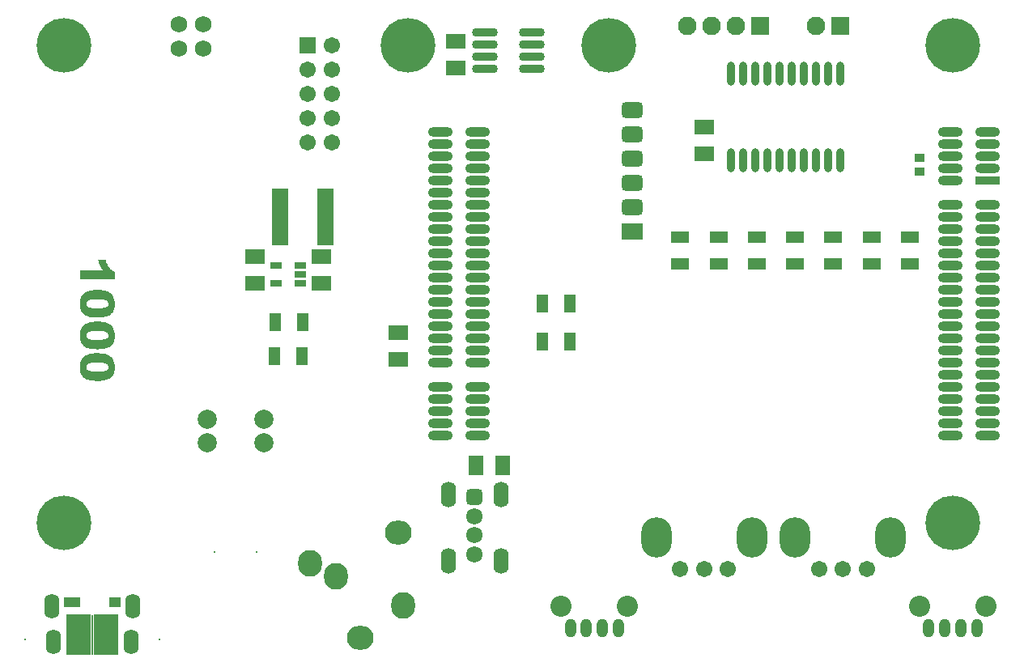
<source format=gts>
G04 Layer_Color=20142*
%FSLAX25Y25*%
%MOIN*%
G70*
G01*
G75*
%ADD55O,0.10249X0.03792*%
%ADD56R,0.10249X0.03792*%
%ADD57R,0.05918X0.07887*%
%ADD58R,0.07887X0.05918*%
%ADD59R,0.07493X0.04934*%
%ADD60R,0.04934X0.07493*%
%ADD61O,0.03162X0.09855*%
%ADD62R,0.05131X0.03162*%
%ADD63R,0.07099X0.23241*%
%ADD64O,0.10642X0.03556*%
%ADD65R,0.01981X0.04343*%
%ADD66R,0.02769X0.04343*%
%ADD67R,0.10249X0.16548*%
%ADD68R,0.04343X0.03556*%
%ADD69C,0.07690*%
%ADD70R,0.07690X0.07690*%
%ADD71C,0.22453*%
G04:AMPARAMS|DCode=72|XSize=68mil|YSize=88mil|CornerRadius=19mil|HoleSize=0mil|Usage=FLASHONLY|Rotation=90.000|XOffset=0mil|YOffset=0mil|HoleType=Round|Shape=RoundedRectangle|*
%AMROUNDEDRECTD72*
21,1,0.06800,0.05000,0,0,90.0*
21,1,0.03000,0.08800,0,0,90.0*
1,1,0.03800,0.02500,0.01500*
1,1,0.03800,0.02500,-0.01500*
1,1,0.03800,-0.02500,-0.01500*
1,1,0.03800,-0.02500,0.01500*
%
%ADD72ROUNDEDRECTD72*%
%ADD73R,0.08800X0.06800*%
G04:AMPARAMS|DCode=74|XSize=67.84mil|YSize=67.84mil|CornerRadius=18.96mil|HoleSize=0mil|Usage=FLASHONLY|Rotation=0.000|XOffset=0mil|YOffset=0mil|HoleType=Round|Shape=RoundedRectangle|*
%AMROUNDEDRECTD74*
21,1,0.06784,0.02992,0,0,0.0*
21,1,0.02992,0.06784,0,0,0.0*
1,1,0.03792,0.01496,-0.01496*
1,1,0.03792,-0.01496,-0.01496*
1,1,0.03792,-0.01496,0.01496*
1,1,0.03792,0.01496,0.01496*
%
%ADD74ROUNDEDRECTD74*%
%ADD75C,0.06784*%
%ADD76O,0.06312X0.10642*%
%ADD77O,0.11036X0.09855*%
%ADD78O,0.09855X0.11036*%
%ADD79C,0.08674*%
%ADD80O,0.04737X0.07690*%
%ADD81C,0.06800*%
%ADD82C,0.06706*%
%ADD83O,0.12611X0.16548*%
%ADD84O,0.06312X0.10249*%
%ADD85C,0.00800*%
%ADD86C,0.07887*%
%ADD87R,0.06706X0.06706*%
G36*
X136616Y249566D02*
X136947Y249541D01*
X137330Y249515D01*
X137738Y249464D01*
X138172Y249413D01*
X139090Y249235D01*
X140008Y248979D01*
X140442Y248826D01*
X140850Y248622D01*
X141207Y248418D01*
X141539Y248163D01*
X141564Y248138D01*
X141615Y248087D01*
X141692Y248010D01*
X141794Y247883D01*
X141922Y247729D01*
X142049Y247551D01*
X142202Y247321D01*
X142355Y247066D01*
X142483Y246786D01*
X142636Y246454D01*
X142763Y246097D01*
X142891Y245714D01*
X142993Y245281D01*
X143070Y244821D01*
X143121Y244311D01*
X143146Y243775D01*
Y243750D01*
Y243724D01*
Y243648D01*
Y243546D01*
X143121Y243291D01*
X143095Y242959D01*
X143070Y242602D01*
X142993Y242219D01*
X142916Y241837D01*
X142789Y241479D01*
X142763Y241428D01*
X142738Y241326D01*
X142636Y241148D01*
X142534Y240944D01*
X142406Y240714D01*
X142253Y240459D01*
X142075Y240230D01*
X141870Y240000D01*
X141845Y239974D01*
X141769Y239898D01*
X141666Y239796D01*
X141513Y239668D01*
X141360Y239515D01*
X141156Y239362D01*
X140697Y239082D01*
X140672Y239056D01*
X140595Y239031D01*
X140468Y238954D01*
X140289Y238878D01*
X140085Y238801D01*
X139830Y238724D01*
X139575Y238622D01*
X139269Y238546D01*
X139243D01*
X139192Y238520D01*
X139116Y238495D01*
X138988Y238469D01*
X138860Y238444D01*
X138682Y238418D01*
X138274Y238342D01*
X137789Y238265D01*
X137253Y238189D01*
X136641Y238163D01*
X136029Y238138D01*
X135672D01*
X135416Y238163D01*
X135085Y238189D01*
X134728Y238214D01*
X134345Y238240D01*
X133911Y238291D01*
X132993Y238444D01*
X132075Y238673D01*
X131641Y238826D01*
X131207Y239005D01*
X130825Y239209D01*
X130468Y239439D01*
X130442Y239464D01*
X130391Y239490D01*
X130315Y239566D01*
X130187Y239694D01*
X130059Y239847D01*
X129906Y240025D01*
X129753Y240230D01*
X129600Y240485D01*
X129422Y240765D01*
X129269Y241097D01*
X129115Y241454D01*
X128988Y241862D01*
X128860Y242296D01*
X128784Y242780D01*
X128733Y243316D01*
X128707Y243877D01*
Y243903D01*
Y243954D01*
Y244056D01*
Y244184D01*
X128733Y244337D01*
Y244490D01*
X128784Y244898D01*
X128835Y245357D01*
X128937Y245842D01*
X129090Y246326D01*
X129269Y246760D01*
X129294Y246811D01*
X129371Y246939D01*
X129498Y247143D01*
X129677Y247372D01*
X129906Y247678D01*
X130187Y247959D01*
X130519Y248265D01*
X130901Y248546D01*
X130927Y248571D01*
X131054Y248622D01*
X131207Y248724D01*
X131462Y248826D01*
X131743Y248954D01*
X132100Y249081D01*
X132534Y249209D01*
X132993Y249311D01*
X133044D01*
X133121Y249337D01*
X133223Y249362D01*
X133503Y249388D01*
X133886Y249439D01*
X134320Y249490D01*
X134830Y249541D01*
X135391Y249566D01*
X135978Y249592D01*
X136360D01*
X136616Y249566D01*
D02*
G37*
G36*
Y236531D02*
X136947Y236505D01*
X137330Y236479D01*
X137738Y236428D01*
X138172Y236378D01*
X139090Y236199D01*
X140008Y235944D01*
X140442Y235791D01*
X140850Y235587D01*
X141207Y235383D01*
X141539Y235127D01*
X141564Y235102D01*
X141615Y235051D01*
X141692Y234974D01*
X141794Y234847D01*
X141922Y234694D01*
X142049Y234515D01*
X142202Y234286D01*
X142355Y234031D01*
X142483Y233750D01*
X142636Y233418D01*
X142763Y233061D01*
X142891Y232679D01*
X142993Y232245D01*
X143070Y231786D01*
X143121Y231276D01*
X143146Y230740D01*
Y230714D01*
Y230689D01*
Y230612D01*
Y230510D01*
X143121Y230255D01*
X143095Y229924D01*
X143070Y229566D01*
X142993Y229184D01*
X142916Y228801D01*
X142789Y228444D01*
X142763Y228393D01*
X142738Y228291D01*
X142636Y228112D01*
X142534Y227908D01*
X142406Y227679D01*
X142253Y227424D01*
X142075Y227194D01*
X141870Y226964D01*
X141845Y226939D01*
X141769Y226862D01*
X141666Y226760D01*
X141513Y226633D01*
X141360Y226480D01*
X141156Y226327D01*
X140697Y226046D01*
X140672Y226020D01*
X140595Y225995D01*
X140468Y225918D01*
X140289Y225842D01*
X140085Y225765D01*
X139830Y225689D01*
X139575Y225587D01*
X139269Y225510D01*
X139243D01*
X139192Y225485D01*
X139116Y225459D01*
X138988Y225434D01*
X138860Y225408D01*
X138682Y225383D01*
X138274Y225306D01*
X137789Y225230D01*
X137253Y225153D01*
X136641Y225128D01*
X136029Y225102D01*
X135672D01*
X135416Y225128D01*
X135085Y225153D01*
X134728Y225179D01*
X134345Y225204D01*
X133911Y225255D01*
X132993Y225408D01*
X132075Y225638D01*
X131641Y225791D01*
X131207Y225969D01*
X130825Y226173D01*
X130468Y226403D01*
X130442Y226429D01*
X130391Y226454D01*
X130315Y226531D01*
X130187Y226658D01*
X130059Y226811D01*
X129906Y226990D01*
X129753Y227194D01*
X129600Y227449D01*
X129422Y227730D01*
X129269Y228061D01*
X129115Y228418D01*
X128988Y228826D01*
X128860Y229260D01*
X128784Y229745D01*
X128733Y230281D01*
X128707Y230842D01*
Y230867D01*
Y230918D01*
Y231020D01*
Y231148D01*
X128733Y231301D01*
Y231454D01*
X128784Y231862D01*
X128835Y232321D01*
X128937Y232806D01*
X129090Y233291D01*
X129269Y233724D01*
X129294Y233775D01*
X129371Y233903D01*
X129498Y234107D01*
X129677Y234337D01*
X129906Y234643D01*
X130187Y234923D01*
X130519Y235230D01*
X130901Y235510D01*
X130927Y235536D01*
X131054Y235587D01*
X131207Y235689D01*
X131462Y235791D01*
X131743Y235918D01*
X132100Y236046D01*
X132534Y236173D01*
X132993Y236276D01*
X133044D01*
X133121Y236301D01*
X133223Y236327D01*
X133503Y236352D01*
X133886Y236403D01*
X134320Y236454D01*
X134830Y236505D01*
X135391Y236531D01*
X135978Y236556D01*
X136360D01*
X136616Y236531D01*
D02*
G37*
G36*
Y223495D02*
X136947Y223469D01*
X137330Y223444D01*
X137738Y223393D01*
X138172Y223342D01*
X139090Y223163D01*
X140008Y222908D01*
X140442Y222755D01*
X140850Y222551D01*
X141207Y222347D01*
X141539Y222092D01*
X141564Y222066D01*
X141615Y222015D01*
X141692Y221939D01*
X141794Y221811D01*
X141922Y221658D01*
X142049Y221480D01*
X142202Y221250D01*
X142355Y220995D01*
X142483Y220714D01*
X142636Y220383D01*
X142763Y220026D01*
X142891Y219643D01*
X142993Y219209D01*
X143070Y218750D01*
X143121Y218240D01*
X143146Y217704D01*
Y217679D01*
Y217653D01*
Y217577D01*
Y217475D01*
X143121Y217219D01*
X143095Y216888D01*
X143070Y216531D01*
X142993Y216148D01*
X142916Y215765D01*
X142789Y215408D01*
X142763Y215357D01*
X142738Y215255D01*
X142636Y215077D01*
X142534Y214873D01*
X142406Y214643D01*
X142253Y214388D01*
X142075Y214158D01*
X141870Y213929D01*
X141845Y213903D01*
X141769Y213827D01*
X141666Y213725D01*
X141513Y213597D01*
X141360Y213444D01*
X141156Y213291D01*
X140697Y213010D01*
X140672Y212985D01*
X140595Y212959D01*
X140468Y212883D01*
X140289Y212806D01*
X140085Y212730D01*
X139830Y212653D01*
X139575Y212551D01*
X139269Y212475D01*
X139243D01*
X139192Y212449D01*
X139116Y212424D01*
X138988Y212398D01*
X138860Y212373D01*
X138682Y212347D01*
X138274Y212271D01*
X137789Y212194D01*
X137253Y212118D01*
X136641Y212092D01*
X136029Y212067D01*
X135672D01*
X135416Y212092D01*
X135085Y212118D01*
X134728Y212143D01*
X134345Y212169D01*
X133911Y212220D01*
X132993Y212373D01*
X132075Y212602D01*
X131641Y212755D01*
X131207Y212934D01*
X130825Y213138D01*
X130468Y213368D01*
X130442Y213393D01*
X130391Y213419D01*
X130315Y213495D01*
X130187Y213623D01*
X130059Y213776D01*
X129906Y213954D01*
X129753Y214158D01*
X129600Y214413D01*
X129422Y214694D01*
X129269Y215026D01*
X129115Y215383D01*
X128988Y215791D01*
X128860Y216225D01*
X128784Y216709D01*
X128733Y217245D01*
X128707Y217806D01*
Y217832D01*
Y217883D01*
Y217985D01*
Y218112D01*
X128733Y218265D01*
Y218419D01*
X128784Y218827D01*
X128835Y219286D01*
X128937Y219771D01*
X129090Y220255D01*
X129269Y220689D01*
X129294Y220740D01*
X129371Y220867D01*
X129498Y221072D01*
X129677Y221301D01*
X129906Y221607D01*
X130187Y221888D01*
X130519Y222194D01*
X130901Y222475D01*
X130927Y222500D01*
X131054Y222551D01*
X131207Y222653D01*
X131462Y222755D01*
X131743Y222883D01*
X132100Y223010D01*
X132534Y223138D01*
X132993Y223240D01*
X133044D01*
X133121Y223265D01*
X133223Y223291D01*
X133503Y223316D01*
X133886Y223367D01*
X134320Y223418D01*
X134830Y223469D01*
X135391Y223495D01*
X135978Y223520D01*
X136360D01*
X136616Y223495D01*
D02*
G37*
G36*
X139371Y261786D02*
X139396Y261734D01*
X139447Y261632D01*
X139473Y261479D01*
X139549Y261326D01*
X139626Y261122D01*
X139804Y260688D01*
X140034Y260204D01*
X140289Y259694D01*
X140569Y259183D01*
X140901Y258750D01*
Y258724D01*
X140952Y258699D01*
X141054Y258571D01*
X141258Y258367D01*
X141539Y258112D01*
X141845Y257831D01*
X142228Y257551D01*
X142661Y257270D01*
X143146Y257015D01*
Y253801D01*
X128937D01*
Y257729D01*
X138223D01*
X138197Y257780D01*
X138095Y257882D01*
X137968Y258086D01*
X137789Y258316D01*
X137610Y258597D01*
X137406Y258928D01*
X137202Y259260D01*
X137024Y259592D01*
X136998Y259643D01*
X136947Y259745D01*
X136871Y259949D01*
X136768Y260204D01*
X136641Y260536D01*
X136488Y260893D01*
X136360Y261326D01*
X136207Y261811D01*
X139371D01*
Y261786D01*
D02*
G37*
G36*
X134252Y99212D02*
X133465D01*
Y115748D01*
X134252D01*
Y99212D01*
D02*
G37*
%LPC*%
G36*
X136462Y245740D02*
X135544D01*
X135340Y245714D01*
X135085D01*
X134524Y245689D01*
X133911Y245638D01*
X133299Y245536D01*
X133019Y245485D01*
X132764Y245434D01*
X132534Y245357D01*
X132330Y245281D01*
X132279Y245255D01*
X132177Y245179D01*
X132024Y245076D01*
X131845Y244923D01*
X131667Y244719D01*
X131514Y244490D01*
X131411Y244209D01*
X131360Y243903D01*
Y243877D01*
Y243801D01*
X131386Y243673D01*
X131411Y243546D01*
X131462Y243367D01*
X131539Y243214D01*
X131641Y243036D01*
X131769Y242857D01*
X131794Y242831D01*
X131845Y242780D01*
X131947Y242704D01*
X132075Y242602D01*
X132279Y242500D01*
X132483Y242398D01*
X132764Y242296D01*
X133070Y242219D01*
X133121D01*
X133248Y242194D01*
X133452Y242143D01*
X133758Y242092D01*
X134141Y242066D01*
X134626Y242015D01*
X135187Y241990D01*
X136309D01*
X136513Y242015D01*
X136794D01*
X137355Y242041D01*
X137993Y242117D01*
X138605Y242194D01*
X138886Y242245D01*
X139166Y242321D01*
X139396Y242398D01*
X139600Y242474D01*
X139651Y242500D01*
X139753Y242576D01*
X139906Y242678D01*
X140085Y242831D01*
X140263Y243036D01*
X140417Y243291D01*
X140518Y243571D01*
X140569Y243903D01*
Y243954D01*
X140544Y244056D01*
X140518Y244235D01*
X140442Y244439D01*
X140340Y244668D01*
X140161Y244898D01*
X139906Y245127D01*
X139575Y245306D01*
X139524Y245332D01*
X139473Y245357D01*
X139371Y245382D01*
X139269Y245408D01*
X139141Y245434D01*
X138962Y245485D01*
X138758Y245510D01*
X138529Y245561D01*
X138274Y245612D01*
X137968Y245638D01*
X137661Y245663D01*
X137279Y245689D01*
X136896Y245714D01*
X136462Y245740D01*
D02*
G37*
G36*
Y219668D02*
X135544D01*
X135340Y219643D01*
X135085D01*
X134524Y219617D01*
X133911Y219566D01*
X133299Y219464D01*
X133019Y219413D01*
X132764Y219362D01*
X132534Y219286D01*
X132330Y219209D01*
X132279Y219184D01*
X132177Y219107D01*
X132024Y219005D01*
X131845Y218852D01*
X131667Y218648D01*
X131514Y218419D01*
X131411Y218138D01*
X131360Y217832D01*
Y217806D01*
Y217730D01*
X131386Y217602D01*
X131411Y217475D01*
X131462Y217296D01*
X131539Y217143D01*
X131641Y216964D01*
X131769Y216786D01*
X131794Y216760D01*
X131845Y216709D01*
X131947Y216633D01*
X132075Y216531D01*
X132279Y216429D01*
X132483Y216327D01*
X132764Y216225D01*
X133070Y216148D01*
X133121D01*
X133248Y216123D01*
X133452Y216072D01*
X133758Y216020D01*
X134141Y215995D01*
X134626Y215944D01*
X135187Y215918D01*
X136309D01*
X136513Y215944D01*
X136794D01*
X137355Y215969D01*
X137993Y216046D01*
X138605Y216123D01*
X138886Y216174D01*
X139166Y216250D01*
X139396Y216327D01*
X139600Y216403D01*
X139651Y216429D01*
X139753Y216505D01*
X139906Y216607D01*
X140085Y216760D01*
X140263Y216964D01*
X140417Y217219D01*
X140518Y217500D01*
X140569Y217832D01*
Y217883D01*
X140544Y217985D01*
X140518Y218163D01*
X140442Y218367D01*
X140340Y218597D01*
X140161Y218827D01*
X139906Y219056D01*
X139575Y219235D01*
X139524Y219260D01*
X139473Y219286D01*
X139371Y219311D01*
X139269Y219337D01*
X139141Y219362D01*
X138962Y219413D01*
X138758Y219439D01*
X138529Y219490D01*
X138274Y219541D01*
X137968Y219566D01*
X137661Y219592D01*
X137279Y219617D01*
X136896Y219643D01*
X136462Y219668D01*
D02*
G37*
G36*
Y232704D02*
X135544D01*
X135340Y232679D01*
X135085D01*
X134524Y232653D01*
X133911Y232602D01*
X133299Y232500D01*
X133019Y232449D01*
X132764Y232398D01*
X132534Y232321D01*
X132330Y232245D01*
X132279Y232219D01*
X132177Y232143D01*
X132024Y232041D01*
X131845Y231888D01*
X131667Y231684D01*
X131514Y231454D01*
X131411Y231173D01*
X131360Y230867D01*
Y230842D01*
Y230765D01*
X131386Y230638D01*
X131411Y230510D01*
X131462Y230332D01*
X131539Y230179D01*
X131641Y230000D01*
X131769Y229821D01*
X131794Y229796D01*
X131845Y229745D01*
X131947Y229668D01*
X132075Y229566D01*
X132279Y229464D01*
X132483Y229362D01*
X132764Y229260D01*
X133070Y229184D01*
X133121D01*
X133248Y229158D01*
X133452Y229107D01*
X133758Y229056D01*
X134141Y229031D01*
X134626Y228980D01*
X135187Y228954D01*
X136309D01*
X136513Y228980D01*
X136794D01*
X137355Y229005D01*
X137993Y229082D01*
X138605Y229158D01*
X138886Y229209D01*
X139166Y229286D01*
X139396Y229362D01*
X139600Y229439D01*
X139651Y229464D01*
X139753Y229541D01*
X139906Y229643D01*
X140085Y229796D01*
X140263Y230000D01*
X140417Y230255D01*
X140518Y230536D01*
X140569Y230867D01*
Y230918D01*
X140544Y231020D01*
X140518Y231199D01*
X140442Y231403D01*
X140340Y231633D01*
X140161Y231862D01*
X139906Y232092D01*
X139575Y232270D01*
X139524Y232296D01*
X139473Y232321D01*
X139371Y232347D01*
X139269Y232372D01*
X139141Y232398D01*
X138962Y232449D01*
X138758Y232474D01*
X138529Y232525D01*
X138274Y232576D01*
X137968Y232602D01*
X137661Y232628D01*
X137279Y232653D01*
X136896Y232679D01*
X136462Y232704D01*
D02*
G37*
%LPD*%
D55*
X277165Y209508D02*
D03*
Y204508D02*
D03*
Y199508D02*
D03*
Y194508D02*
D03*
Y189508D02*
D03*
X292520Y209508D02*
D03*
Y204508D02*
D03*
Y199508D02*
D03*
Y194508D02*
D03*
Y189508D02*
D03*
X277165Y314508D02*
D03*
Y309508D02*
D03*
Y304508D02*
D03*
Y299508D02*
D03*
Y294508D02*
D03*
Y289508D02*
D03*
Y284508D02*
D03*
Y279508D02*
D03*
Y274508D02*
D03*
Y269508D02*
D03*
Y264508D02*
D03*
Y259508D02*
D03*
Y254508D02*
D03*
Y249508D02*
D03*
Y244508D02*
D03*
Y239508D02*
D03*
Y234508D02*
D03*
Y229508D02*
D03*
Y224508D02*
D03*
Y219508D02*
D03*
X292520Y314508D02*
D03*
Y309508D02*
D03*
Y304508D02*
D03*
Y299508D02*
D03*
Y294508D02*
D03*
Y289508D02*
D03*
Y284508D02*
D03*
Y279508D02*
D03*
Y274508D02*
D03*
Y269508D02*
D03*
Y264508D02*
D03*
Y259508D02*
D03*
Y254508D02*
D03*
Y249508D02*
D03*
Y244508D02*
D03*
Y239508D02*
D03*
Y234508D02*
D03*
Y229508D02*
D03*
Y224508D02*
D03*
Y219508D02*
D03*
X487165Y284508D02*
D03*
Y279508D02*
D03*
Y274508D02*
D03*
Y269508D02*
D03*
Y264508D02*
D03*
Y259508D02*
D03*
Y254508D02*
D03*
Y249508D02*
D03*
Y244508D02*
D03*
Y239508D02*
D03*
Y234508D02*
D03*
Y229508D02*
D03*
Y224508D02*
D03*
Y219508D02*
D03*
Y214508D02*
D03*
Y209508D02*
D03*
Y204508D02*
D03*
Y199508D02*
D03*
Y194508D02*
D03*
Y189508D02*
D03*
X502520Y284508D02*
D03*
Y279508D02*
D03*
Y274508D02*
D03*
Y269508D02*
D03*
Y264508D02*
D03*
Y259508D02*
D03*
Y254508D02*
D03*
Y249508D02*
D03*
Y244508D02*
D03*
Y239508D02*
D03*
Y234508D02*
D03*
Y229508D02*
D03*
Y224508D02*
D03*
Y219508D02*
D03*
Y214508D02*
D03*
Y209508D02*
D03*
Y204508D02*
D03*
Y199508D02*
D03*
Y194508D02*
D03*
Y189508D02*
D03*
X487165Y314508D02*
D03*
Y309508D02*
D03*
Y304508D02*
D03*
Y299508D02*
D03*
Y294508D02*
D03*
X502520Y314508D02*
D03*
Y309508D02*
D03*
Y304508D02*
D03*
Y299508D02*
D03*
D56*
Y294508D02*
D03*
D57*
X302756Y177165D02*
D03*
X291732D02*
D03*
D58*
X385827Y316535D02*
D03*
Y305512D02*
D03*
X283465Y340945D02*
D03*
Y351969D02*
D03*
X228346Y263386D02*
D03*
Y252362D02*
D03*
X200787Y263386D02*
D03*
Y252362D02*
D03*
X259842Y220866D02*
D03*
Y231890D02*
D03*
D59*
X391732Y260138D02*
D03*
Y271358D02*
D03*
X407480Y260138D02*
D03*
Y271358D02*
D03*
X423228Y260138D02*
D03*
Y271358D02*
D03*
X470472Y260138D02*
D03*
Y271358D02*
D03*
X438976Y260138D02*
D03*
Y271358D02*
D03*
X454724Y260138D02*
D03*
Y271358D02*
D03*
X375984Y260138D02*
D03*
Y271358D02*
D03*
D60*
X330413Y228346D02*
D03*
X319193D02*
D03*
X330413Y244094D02*
D03*
X319193D02*
D03*
X220443Y236220D02*
D03*
X209222D02*
D03*
X208957Y222441D02*
D03*
X220177D02*
D03*
D61*
X396791Y302953D02*
D03*
X401791D02*
D03*
X406791D02*
D03*
X411791D02*
D03*
X416791D02*
D03*
X421791D02*
D03*
X426791D02*
D03*
X431791D02*
D03*
X436791D02*
D03*
X441791D02*
D03*
X396791Y338779D02*
D03*
X401791D02*
D03*
X406791D02*
D03*
X411791D02*
D03*
X416791D02*
D03*
X421791D02*
D03*
X426791D02*
D03*
X431791D02*
D03*
X436791D02*
D03*
X441791D02*
D03*
D62*
X209449Y252165D02*
D03*
Y259646D02*
D03*
X219685D02*
D03*
Y255906D02*
D03*
Y252165D02*
D03*
D63*
X211220Y279527D02*
D03*
X229724D02*
D03*
D64*
X295472Y355532D02*
D03*
Y350532D02*
D03*
Y345532D02*
D03*
Y340531D02*
D03*
X314764Y355532D02*
D03*
Y350532D02*
D03*
Y345532D02*
D03*
Y340531D02*
D03*
D65*
X127953Y121063D02*
D03*
X125984D02*
D03*
X141732D02*
D03*
D66*
X123622D02*
D03*
X144094D02*
D03*
D67*
X128346Y107480D02*
D03*
X139370D02*
D03*
D68*
X474409Y298425D02*
D03*
Y303937D02*
D03*
D69*
X432008Y358268D02*
D03*
X378701D02*
D03*
X388701D02*
D03*
X398701D02*
D03*
D70*
X442008D02*
D03*
X408701D02*
D03*
D71*
X488189Y153543D02*
D03*
X122047D02*
D03*
Y350394D02*
D03*
X263779D02*
D03*
X346457D02*
D03*
X488189D02*
D03*
D72*
X356299Y323622D02*
D03*
Y313622D02*
D03*
Y303622D02*
D03*
Y293622D02*
D03*
Y283622D02*
D03*
D73*
Y273622D02*
D03*
D74*
X291338Y164291D02*
D03*
D75*
Y156417D02*
D03*
Y148543D02*
D03*
Y140669D02*
D03*
D76*
X280571Y137795D02*
D03*
X302106D02*
D03*
Y165354D02*
D03*
X280571D02*
D03*
D77*
X244094Y106299D02*
D03*
X259842Y149606D02*
D03*
D78*
X223622Y137008D02*
D03*
X234252Y131496D02*
D03*
X261811Y119685D02*
D03*
D79*
X474409Y119134D02*
D03*
X501968D02*
D03*
X326772D02*
D03*
X354331D02*
D03*
D80*
X478346Y110236D02*
D03*
X498032D02*
D03*
X484744D02*
D03*
X491634D02*
D03*
X330709D02*
D03*
X350394D02*
D03*
X337106D02*
D03*
X343996D02*
D03*
D81*
X179449Y358898D02*
D03*
Y348898D02*
D03*
X169449D02*
D03*
Y358898D02*
D03*
D82*
X452756Y134646D02*
D03*
X442913D02*
D03*
X433071D02*
D03*
X395669D02*
D03*
X385827D02*
D03*
X375984D02*
D03*
X232441Y350394D02*
D03*
X222441Y340394D02*
D03*
X232441D02*
D03*
X222441Y330394D02*
D03*
X232441D02*
D03*
X222441Y320394D02*
D03*
X232441D02*
D03*
X222441Y310394D02*
D03*
X232441D02*
D03*
D83*
X462598Y147638D02*
D03*
X423228D02*
D03*
X405512D02*
D03*
X366142D02*
D03*
D84*
X117972Y104724D02*
D03*
X149744D02*
D03*
X150531Y119291D02*
D03*
X117185D02*
D03*
D85*
X106299Y105512D02*
D03*
X161417D02*
D03*
X201575Y141732D02*
D03*
X184252D02*
D03*
D86*
X204527Y186614D02*
D03*
X181299D02*
D03*
X204527Y196457D02*
D03*
X181299D02*
D03*
D87*
X222441Y350394D02*
D03*
M02*

</source>
